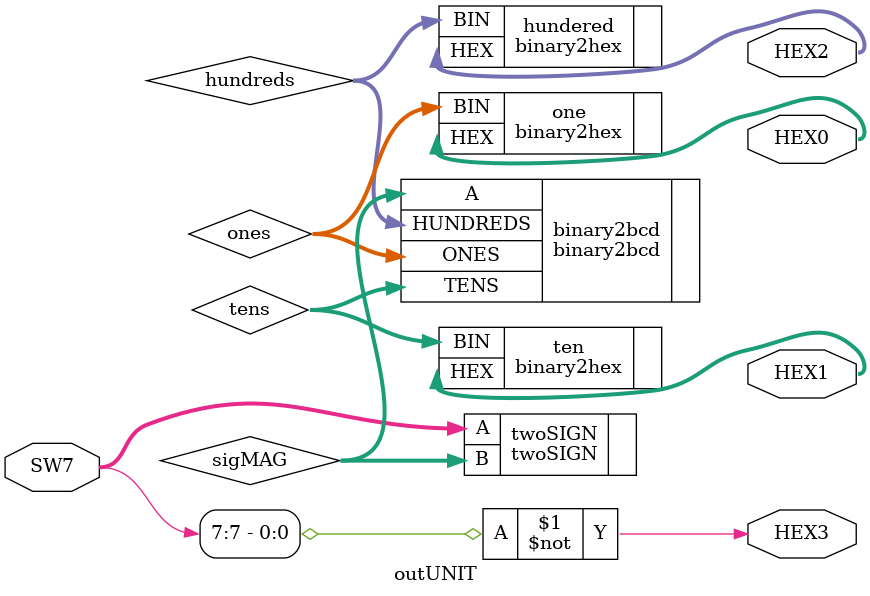
<source format=v>
module outUNIT(
	input [7:0] SW7,
	output HEX3,
	output[0:6] HEX2, HEX1, HEX0);
	
	wire[7:0]sigMAG;
	wire[3:0]ones;
	wire[3:0]tens;
	wire[1:0]hundreds;
	
	

twoSIGN twoSIGN
(
	.A(SW7) ,	// input [N-1:0] A_sig
	.B(sigMAG[7:0]) 	// output [N-1:0] B_sig
);

defparam twoSIGN .N = 8;

binary2bcd binary2bcd
(
	.A(sigMAG) ,	// input [7:0] A_sig
	.ONES(ones) ,	// output [3:0] ONES_sig
	.TENS(tens) ,	// output [3:0] TENS_sig
	.HUNDREDS(hundreds) 	// output [1:0] HUNDREDS_sig
);

binary2hex one
(
	.BIN(ones) ,	// input [3:0] BIN_sig
	.HEX(HEX0) 	// output [0:6] HEX_sig
);
binary2hex ten
(
	.BIN(tens) ,	// input [3:0] BIN_sig
	.HEX(HEX1) 	// output [0:6] HEX_sig
);
binary2hex hundered
(
	.BIN(hundreds) ,	// input [3:0] BIN_sig
	.HEX(HEX2) 	// output [0:6] HEX_sig
);
assign HEX3 = ~SW7[7];


endmodule

</source>
